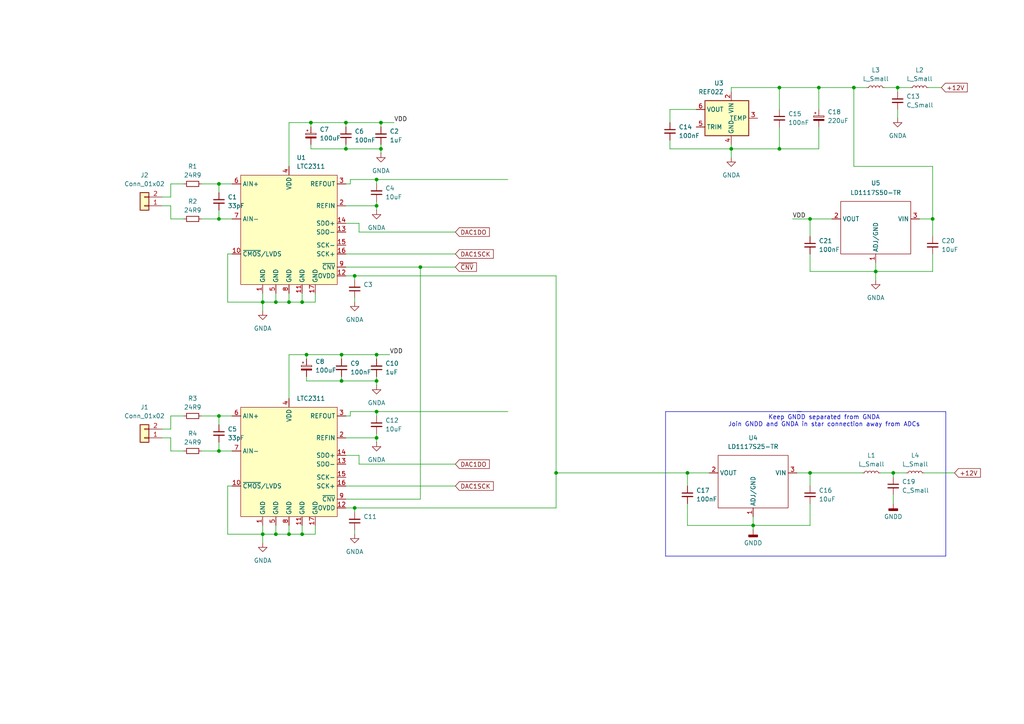
<source format=kicad_sch>
(kicad_sch (version 20231120) (generator "eeschema") (generator_version "8.0")
  (paper "A4")
  (lib_symbols
    (symbol "Connector_Generic:Conn_01x02" (pin_names (offset 1.016) hide)
      (property "Reference" "J" (at 0 2.54 0))
      (property "Value" "Conn_01x02" (at 0 -5.08 0))
      (symbol "Conn_01x02_1_1"
        (rectangle (start -1.27 -2.413) (end 0 -2.667) (stroke (width 0.1524)))
        (rectangle (start -1.27 0.127) (end 0 -0.127) (stroke (width 0.1524)))
        (rectangle (start -1.27 1.27) (end 1.27 -3.81) (stroke (width 0.254)) (fill (type background)))
        (pin passive line (at -5.08 0 0) (length 3.81) (name "Pin_1") (number "1"))
        (pin passive line (at -5.08 -2.54 0) (length 3.81) (name "Pin_2") (number "2"))
      )
    )
    (symbol "Device:C_Polarized_Small" (pin_numbers hide) (pin_names (offset 0.254) hide)
      (property "Reference" "C" (at 0.254 1.778 0))
      (property "Value" "C_Polarized_Small" (at 0.254 -2.032 0))
      (symbol "C_Polarized_Small_0_1"
        (rectangle (start -1.524 -0.3048) (end 1.524 -0.6858) (fill (type outline)))
        (rectangle (start -1.524 0.6858) (end 1.524 0.3048))
        (polyline (pts (xy -1.27 1.524) (xy -0.762 1.524)))
        (polyline (pts (xy -1.016 1.27) (xy -1.016 1.778)))
      )
      (symbol "C_Polarized_Small_1_1"
        (pin passive line (at 0 2.54 270) (length 1.8542) (name "~") (number "1"))
        (pin passive line (at 0 -2.54 90) (length 1.8542) (name "~") (number "2"))
      )
    )
    (symbol "Device:C_Small" (pin_numbers hide) (pin_names (offset 0.254) hide)
      (property "Reference" "C" (at 0.254 1.778 0))
      (property "Value" "C_Small" (at 0.254 -2.032 0))
      (symbol "C_Small_0_1"
        (polyline (pts (xy -1.524 -0.508) (xy 1.524 -0.508)) (stroke (width 0.3302)))
        (polyline (pts (xy -1.524 0.508) (xy 1.524 0.508)) (stroke (width 0.3048)))
      )
      (symbol "C_Small_1_1"
        (pin passive line (at 0 2.54 270) (length 2.032) (name "~") (number "1"))
        (pin passive line (at 0 -2.54 90) (length 2.032) (name "~") (number "2"))
      )
    )
    (symbol "Device:L_Small" (pin_numbers hide) (pin_names (offset 0.254) hide)
      (property "Reference" "L" (at 0.762 1.016 0))
      (property "Value" "L_Small" (at 0.762 -1.016 0))
      (symbol "L_Small_0_1"
        (arc (start 0 -2.032) (mid 0.5058 -1.524) (end 0 -1.016))
        (arc (start 0 -1.016) (mid 0.5058 -0.508) (end 0 0))
        (arc (start 0 0) (mid 0.5058 0.508) (end 0 1.016))
        (arc (start 0 1.016) (mid 0.5058 1.524) (end 0 2.032))
      )
      (symbol "L_Small_1_1"
        (pin passive line (at 0 2.54 270) (length 0.508) (name "~") (number "1"))
        (pin passive line (at 0 -2.54 90) (length 0.508) (name "~") (number "2"))
      )
    )
    (symbol "Device:R_Small" (pin_numbers hide) (pin_names (offset 0.254) hide)
      (property "Reference" "R" (at 0.762 0.508 0))
      (property "Value" "R_Small" (at 0.762 -1.016 0))
      (symbol "R_Small_0_1"
        (rectangle (start -0.762 1.778) (end 0.762 -1.778) (stroke (width 0.2032)))
      )
      (symbol "R_Small_1_1"
        (pin passive line (at 0 2.54 270) (length 0.762) (name "~") (number "1"))
        (pin passive line (at 0 -2.54 90) (length 0.762) (name "~") (number "2"))
      )
    )
    (symbol "JRIX ADC:LTC2311-16"
      (property "Reference" "U" (at 15.748 9.906 0))
      (property "Value" "LTC2311" (at 16.002 7.62 0))
      (symbol "LTC2311-16_0_0"
        (pin power_out line (at 8.89 -11.43 90) (length 2.54) (name "GND") (number "1"))
        (pin power_out line (at 20.32 -11.43 90) (length 2.54) (name "GND") (number "11"))
        (pin power_in line (at 33.02 -6.35 180) (length 2.54) (name "OVDD") (number "12"))
        (pin bidirectional line (at 33.02 6.35 180) (length 2.54) (name "SDO-") (number "13"))
        (pin bidirectional line (at 33.02 8.89 180) (length 2.54) (name "SDO+") (number "14"))
        (pin bidirectional line (at 33.02 2.54 180) (length 2.54) (name "SCK-") (number "15"))
        (pin bidirectional line (at 33.02 0 180) (length 2.54) (name "SCK+") (number "16"))
        (pin input line (at 33.02 13.97 180) (length 2.54) (name "REFIN") (number "2"))
        (pin output line (at 33.02 20.32 180) (length 2.54) (name "REFOUT") (number "3"))
        (pin power_in line (at 16.51 25.4 270) (length 2.54) (name "VDD") (number "4"))
        (pin power_out line (at 12.7 -11.43 90) (length 2.54) (name "GND") (number "5"))
        (pin input line (at 0 20.32 0) (length 2.54) (name "AIN+") (number "6"))
        (pin input line (at 0 10.16 0) (length 2.54) (name "AIN-") (number "7"))
        (pin power_out line (at 16.51 -11.43 90) (length 2.54) (name "GND") (number "8"))
      )
      (symbol "LTC2311-16_1_0"
        (pin input line (at 0 0 0) (length 2.54) (name "~{CMOS}/LVDS") (number "10"))
        (pin power_out line (at 24.13 -11.43 90) (length 2.54) (name "GND") (number "17"))
        (pin input line (at 33.02 -3.81 180) (length 2.54) (name "~{CNV}") (number "9"))
      )
      (symbol "LTC2311-16_1_1"
        (rectangle (start 2.54 22.86) (end 30.48 -8.89) (fill (type background)))
      )
    )
    (symbol "JRIX Linear Regulator:LD1117S25"
      (property "Reference" "U" (at -9.398 3.81 0))
      (property "Value" "LD1117S25-TR" (at 0 0 0))
      (symbol "LD1117S25_0_1"
        (rectangle (start -10.16 2.54) (end 10.16 -12.7))
      )
      (symbol "LD1117S25_1_1"
        (pin bidirectional line (at 0 -15.24 90) (length 2.54) (name "ADJ/GND") (number "1"))
        (pin power_out line (at 12.7 -2.54 180) (length 2.54) (name "VOUT") (number "2"))
        (pin power_in line (at -12.7 -2.54 0) (length 2.54) (name "VIN") (number "3"))
        (pin no_connect line (at -3.81 -15.24 90) (length 2.54) hide (name "NC") (number "4"))
      )
    )
    (symbol "JRIX Linear Regulator:LD1117S50"
      (property "Reference" "U" (at -9.398 3.81 0))
      (property "Value" "LD1117S50-TR" (at 0 0 0))
      (symbol "LD1117S50_0_1"
        (rectangle (start -10.16 2.54) (end 10.16 -12.7))
      )
      (symbol "LD1117S50_1_1"
        (pin bidirectional line (at 0 -15.24 90) (length 2.54) (name "ADJ/GND") (number "1"))
        (pin power_out line (at 12.7 -2.54 180) (length 2.54) (name "VOUT") (number "2"))
        (pin power_in line (at -12.7 -2.54 0) (length 2.54) (name "VIN") (number "3"))
        (pin no_connect line (at -3.81 -15.24 90) (length 2.54) hide (name "NC") (number "4"))
      )
    )
    (symbol "Reference_Voltage:REF02Z"
      (property "Reference" "U" (at 0.635 8.255 0))
      (property "Value" "REF02Z" (at 0.635 6.35 0))
      (symbol "REF02Z_0_1"
        (rectangle (start -5.08 5.08) (end 7.62 -5.08) (stroke (width 0.254)) (fill (type background)))
      )
      (symbol "REF02Z_1_1"
        (pin no_connect line (at 2.54 -5.08 90) (length 2.54) hide (name "NC") (number "1"))
        (pin power_in line (at 0 7.62 270) (length 2.54) (name "VIN") (number "2"))
        (pin passive line (at -7.62 0 0) (length 2.54) (name "TEMP") (number "3"))
        (pin power_in line (at 0 -7.62 90) (length 2.54) (name "GND") (number "4"))
        (pin passive line (at 10.16 -2.54 180) (length 2.54) (name "TRIM") (number "5"))
        (pin power_out line (at 10.16 2.54 180) (length 2.54) (name "VOUT") (number "6"))
        (pin no_connect line (at -2.54 -5.08 90) (length 2.54) hide (name "NC") (number "7"))
        (pin no_connect line (at 7.62 0 180) (length 2.54) hide (name "NC") (number "8"))
      )
    )
    (symbol "power:GNDA" (power) (pin_numbers hide) (pin_names (offset 0) hide)
      (property "Value" "GNDA" (at 0 -3.81 0))
      (symbol "GNDA_0_1"
        (polyline (pts (xy 0 0) (xy 0 -1.27) (xy 1.27 -1.27) (xy 0 -2.54) (xy -1.27 -1.27) (xy 0 -1.27)))
      )
      (symbol "GNDA_1_1"
        (pin power_in line (at 0 0 270) (length 0) (name "~") (number "1"))
      )
    )
    (symbol "power:GNDD" (power) (pin_numbers hide) (pin_names (offset 0) hide)
      (property "Value" "GNDD" (at 0 -3.175 0))
      (symbol "GNDD_0_1"
        (rectangle (start -1.27 -1.524) (end 1.27 -2.032) (stroke (width 0.254)) (fill (type outline)))
        (polyline (pts (xy 0 0) (xy 0 -1.524)))
      )
      (symbol "GNDD_1_1"
        (pin power_in line (at 0 0 270) (length 0) (name "~") (number "1"))
      )
    )
  )
  (junction (at 247.65 25.4))
  (junction (at 109.22 110.49))
  (junction (at 88.9 102.87))
  (junction (at 161.29 137.16))
  (junction (at 260.35 25.4))
  (junction (at 121.92 77.47))
  (junction (at 100.33 35.56))
  (junction (at 218.44 152.4))
  (junction (at 99.06 102.87))
  (junction (at 76.2 154.94))
  (junction (at 80.01 154.94))
  (junction (at 63.5 130.81))
  (junction (at 87.63 87.63))
  (junction (at 226.06 25.4))
  (junction (at 226.06 43.18))
  (junction (at 63.5 53.34))
  (junction (at 109.22 119.38))
  (junction (at 83.82 87.63))
  (junction (at 100.33 43.18))
  (junction (at 199.39 137.16))
  (junction (at 212.09 43.18))
  (junction (at 99.06 110.49))
  (junction (at 102.87 147.32))
  (junction (at 87.63 154.94))
  (junction (at 109.22 52.07))
  (junction (at 63.5 63.5))
  (junction (at 254 78.74))
  (junction (at 110.49 43.18))
  (junction (at 109.22 102.87))
  (junction (at 109.22 127))
  (junction (at 83.82 154.94))
  (junction (at 102.87 80.01))
  (junction (at 109.22 59.69))
  (junction (at 90.17 35.56))
  (junction (at 259.08 137.16))
  (junction (at 110.49 35.56))
  (junction (at 237.49 25.4))
  (junction (at 234.95 137.16))
  (junction (at 270.51 63.5))
  (junction (at 63.5 120.65))
  (junction (at 76.2 87.63))
  (junction (at 234.95 63.5))
  (junction (at 80.01 87.63))
  (wire (pts (xy 99.06 102.87) (xy 99.06 104.14)))
  (wire (pts (xy 218.44 149.86) (xy 218.44 152.4)))
  (wire (pts (xy 100.33 43.18) (xy 110.49 43.18)))
  (wire (pts (xy 226.06 25.4) (xy 237.49 25.4)))
  (wire (pts (xy 49.53 127) (xy 49.53 130.81)))
  (wire (pts (xy 49.53 124.46) (xy 49.53 120.65)))
  (wire (pts (xy 109.22 102.87) (xy 113.03 102.87)))
  (wire (pts (xy 121.92 77.47) (xy 132.08 77.47)))
  (wire (pts (xy 109.22 125.73) (xy 109.22 127)))
  (wire (pts (xy 100.33 64.77) (xy 104.14 64.77)))
  (wire (pts (xy 58.42 130.81) (xy 63.5 130.81)))
  (wire (pts (xy 110.49 44.45) (xy 110.49 43.18)))
  (wire (pts (xy 80.01 87.63) (xy 76.2 87.63)))
  (wire (pts (xy 110.49 35.56) (xy 110.49 36.83)))
  (wire (pts (xy 237.49 36.83) (xy 237.49 43.18)))
  (wire (pts (xy 76.2 85.09) (xy 76.2 87.63)))
  (wire (pts (xy 76.2 154.94) (xy 76.2 157.48)))
  (wire (pts (xy 266.7 63.5) (xy 270.51 63.5)))
  (wire (pts (xy 63.5 120.65) (xy 67.31 120.65)))
  (wire (pts (xy 46.99 124.46) (xy 49.53 124.46)))
  (wire (pts (xy 101.6 120.65) (xy 101.6 119.38)))
  (wire (pts (xy 87.63 154.94) (xy 83.82 154.94)))
  (wire (pts (xy 234.95 140.97) (xy 234.95 137.16)))
  (wire (pts (xy 91.44 154.94) (xy 87.63 154.94)))
  (wire (pts (xy 104.14 132.08) (xy 104.14 134.62)))
  (wire (pts (xy 270.51 68.58) (xy 270.51 63.5)))
  (wire (pts (xy 99.06 110.49) (xy 99.06 109.22)))
  (wire (pts (xy 234.95 137.16) (xy 250.19 137.16)))
  (wire (pts (xy 88.9 102.87) (xy 88.9 104.14)))
  (wire (pts (xy 87.63 87.63) (xy 83.82 87.63)))
  (wire (pts (xy 83.82 152.4) (xy 83.82 154.94)))
  (wire (pts (xy 58.42 63.5) (xy 63.5 63.5)))
  (wire (pts (xy 104.14 134.62) (xy 132.08 134.62)))
  (wire (pts (xy 88.9 110.49) (xy 99.06 110.49)))
  (wire (pts (xy 109.22 53.34) (xy 109.22 52.07)))
  (wire (pts (xy 161.29 137.16) (xy 199.39 137.16)))
  (wire (pts (xy 100.33 132.08) (xy 104.14 132.08)))
  (wire (pts (xy 109.22 119.38) (xy 147.32 119.38)))
  (wire (pts (xy 260.35 26.67) (xy 260.35 25.4)))
  (wire (pts (xy 100.33 43.18) (xy 100.33 41.91)))
  (wire (pts (xy 102.87 147.32) (xy 102.87 148.59)))
  (wire (pts (xy 90.17 35.56) (xy 100.33 35.56)))
  (wire (pts (xy 46.99 59.69) (xy 49.53 59.69)))
  (wire (pts (xy 101.6 52.07) (xy 101.6 53.34)))
  (wire (pts (xy 100.33 77.47) (xy 121.92 77.47)))
  (wire (pts (xy 83.82 85.09) (xy 83.82 87.63)))
  (wire (pts (xy 110.49 41.91) (xy 110.49 43.18)))
  (wire (pts (xy 110.49 35.56) (xy 114.3 35.56)))
  (wire (pts (xy 237.49 43.18) (xy 226.06 43.18)))
  (polyline (pts (xy 193.04 119.38) (xy 232.41 119.38)))
  (wire (pts (xy 46.99 57.15) (xy 49.53 57.15)))
  (wire (pts (xy 49.53 59.69) (xy 49.53 63.5)))
  (wire (pts (xy 100.33 35.56) (xy 110.49 35.56)))
  (wire (pts (xy 67.31 140.97) (xy 66.04 140.97)))
  (wire (pts (xy 229.87 63.5) (xy 234.95 63.5)))
  (wire (pts (xy 100.33 73.66) (xy 132.08 73.66)))
  (wire (pts (xy 49.53 120.65) (xy 53.34 120.65)))
  (wire (pts (xy 58.42 53.34) (xy 63.5 53.34)))
  (wire (pts (xy 66.04 154.94) (xy 76.2 154.94)))
  (wire (pts (xy 234.95 152.4) (xy 218.44 152.4)))
  (wire (pts (xy 63.5 130.81) (xy 67.31 130.81)))
  (wire (pts (xy 121.92 144.78) (xy 121.92 77.47)))
  (wire (pts (xy 66.04 140.97) (xy 66.04 154.94)))
  (wire (pts (xy 100.33 140.97) (xy 132.08 140.97)))
  (wire (pts (xy 58.42 120.65) (xy 63.5 120.65)))
  (wire (pts (xy 234.95 146.05) (xy 234.95 152.4)))
  (wire (pts (xy 226.06 25.4) (xy 212.09 25.4)))
  (wire (pts (xy 83.82 102.87) (xy 83.82 115.57)))
  (wire (pts (xy 63.5 55.88) (xy 63.5 53.34)))
  (wire (pts (xy 194.31 31.75) (xy 194.31 35.56)))
  (wire (pts (xy 254 78.74) (xy 254 76.2)))
  (wire (pts (xy 260.35 31.75) (xy 260.35 34.29)))
  (wire (pts (xy 259.08 137.16) (xy 255.27 137.16)))
  (wire (pts (xy 88.9 102.87) (xy 83.82 102.87)))
  (wire (pts (xy 199.39 140.97) (xy 199.39 137.16)))
  (wire (pts (xy 259.08 137.16) (xy 262.89 137.16)))
  (wire (pts (xy 234.95 63.5) (xy 241.3 63.5)))
  (wire (pts (xy 90.17 41.91) (xy 90.17 43.18)))
  (wire (pts (xy 104.14 64.77) (xy 104.14 67.31)))
  (wire (pts (xy 234.95 68.58) (xy 234.95 63.5)))
  (wire (pts (xy 237.49 25.4) (xy 247.65 25.4)))
  (wire (pts (xy 49.53 53.34) (xy 53.34 53.34)))
  (wire (pts (xy 104.14 67.31) (xy 132.08 67.31)))
  (wire (pts (xy 199.39 146.05) (xy 199.39 152.4)))
  (wire (pts (xy 49.53 57.15) (xy 49.53 53.34)))
  (wire (pts (xy 194.31 43.18) (xy 212.09 43.18)))
  (wire (pts (xy 63.5 63.5) (xy 67.31 63.5)))
  (wire (pts (xy 91.44 85.09) (xy 91.44 87.63)))
  (wire (pts (xy 99.06 102.87) (xy 109.22 102.87)))
  (wire (pts (xy 83.82 35.56) (xy 83.82 48.26)))
  (wire (pts (xy 100.33 144.78) (xy 121.92 144.78)))
  (wire (pts (xy 254 81.28) (xy 254 78.74)))
  (wire (pts (xy 87.63 152.4) (xy 87.63 154.94)))
  (wire (pts (xy 80.01 85.09) (xy 80.01 87.63)))
  (wire (pts (xy 270.51 48.26) (xy 247.65 48.26)))
  (wire (pts (xy 260.35 25.4) (xy 264.16 25.4)))
  (polyline (pts (xy 274.32 161.29) (xy 193.04 161.29)))
  (wire (pts (xy 88.9 102.87) (xy 99.06 102.87)))
  (wire (pts (xy 109.22 109.22) (xy 109.22 110.49)))
  (wire (pts (xy 63.5 60.96) (xy 63.5 63.5)))
  (wire (pts (xy 80.01 152.4) (xy 80.01 154.94)))
  (wire (pts (xy 237.49 31.75) (xy 237.49 25.4)))
  (wire (pts (xy 100.33 147.32) (xy 102.87 147.32)))
  (wire (pts (xy 100.33 127) (xy 109.22 127)))
  (wire (pts (xy 46.99 127) (xy 49.53 127)))
  (wire (pts (xy 199.39 137.16) (xy 205.74 137.16)))
  (wire (pts (xy 90.17 35.56) (xy 90.17 36.83)))
  (wire (pts (xy 63.5 128.27) (xy 63.5 130.81)))
  (wire (pts (xy 109.22 111.76) (xy 109.22 110.49)))
  (wire (pts (xy 212.09 43.18) (xy 226.06 43.18)))
  (wire (pts (xy 270.51 63.5) (xy 270.51 48.26)))
  (wire (pts (xy 90.17 43.18) (xy 100.33 43.18)))
  (wire (pts (xy 76.2 87.63) (xy 76.2 90.17)))
  (wire (pts (xy 63.5 53.34) (xy 67.31 53.34)))
  (wire (pts (xy 226.06 31.75) (xy 226.06 25.4)))
  (wire (pts (xy 49.53 63.5) (xy 53.34 63.5)))
  (wire (pts (xy 212.09 41.91) (xy 212.09 43.18)))
  (wire (pts (xy 102.87 80.01) (xy 161.29 80.01)))
  (wire (pts (xy 212.09 25.4) (xy 212.09 26.67)))
  (wire (pts (xy 67.31 73.66) (xy 66.04 73.66)))
  (wire (pts (xy 109.22 52.07) (xy 101.6 52.07)))
  (wire (pts (xy 270.51 78.74) (xy 270.51 73.66)))
  (wire (pts (xy 109.22 52.07) (xy 147.32 52.07)))
  (wire (pts (xy 102.87 80.01) (xy 102.87 81.28)))
  (wire (pts (xy 102.87 153.67) (xy 102.87 154.94)))
  (polyline (pts (xy 193.04 161.29) (xy 193.04 119.38)))
  (wire (pts (xy 99.06 110.49) (xy 109.22 110.49)))
  (wire (pts (xy 100.33 80.01) (xy 102.87 80.01)))
  (wire (pts (xy 226.06 43.18) (xy 226.06 36.83)))
  (wire (pts (xy 234.95 73.66) (xy 234.95 78.74)))
  (wire (pts (xy 234.95 78.74) (xy 254 78.74)))
  (wire (pts (xy 161.29 147.32) (xy 161.29 137.16)))
  (wire (pts (xy 83.82 154.94) (xy 80.01 154.94)))
  (wire (pts (xy 66.04 87.63) (xy 76.2 87.63)))
  (wire (pts (xy 254 78.74) (xy 270.51 78.74)))
  (wire (pts (xy 87.63 85.09) (xy 87.63 87.63)))
  (wire (pts (xy 109.22 119.38) (xy 109.22 120.65)))
  (wire (pts (xy 66.04 73.66) (xy 66.04 87.63)))
  (wire (pts (xy 63.5 123.19) (xy 63.5 120.65)))
  (wire (pts (xy 83.82 87.63) (xy 80.01 87.63)))
  (wire (pts (xy 76.2 152.4) (xy 76.2 154.94)))
  (wire (pts (xy 100.33 35.56) (xy 100.33 36.83)))
  (wire (pts (xy 267.97 137.16) (xy 276.86 137.16)))
  (wire (pts (xy 194.31 40.64) (xy 194.31 43.18)))
  (wire (pts (xy 218.44 152.4) (xy 218.44 153.67)))
  (wire (pts (xy 91.44 87.63) (xy 87.63 87.63)))
  (wire (pts (xy 260.35 25.4) (xy 256.54 25.4)))
  (wire (pts (xy 49.53 130.81) (xy 53.34 130.81)))
  (wire (pts (xy 109.22 102.87) (xy 109.22 104.14)))
  (wire (pts (xy 101.6 119.38) (xy 109.22 119.38)))
  (wire (pts (xy 80.01 154.94) (xy 76.2 154.94)))
  (wire (pts (xy 100.33 120.65) (xy 101.6 120.65)))
  (wire (pts (xy 234.95 137.16) (xy 231.14 137.16)))
  (wire (pts (xy 269.24 25.4) (xy 273.05 25.4)))
  (wire (pts (xy 161.29 80.01) (xy 161.29 137.16)))
  (wire (pts (xy 259.08 143.51) (xy 259.08 146.05)))
  (wire (pts (xy 102.87 147.32) (xy 161.29 147.32)))
  (wire (pts (xy 199.39 152.4) (xy 218.44 152.4)))
  (polyline (pts (xy 274.32 119.38) (xy 274.32 161.29)))
  (wire (pts (xy 109.22 127) (xy 109.22 128.27)))
  (wire (pts (xy 259.08 138.43) (xy 259.08 137.16)))
  (wire (pts (xy 109.22 59.69) (xy 109.22 60.96)))
  (wire (pts (xy 102.87 86.36) (xy 102.87 87.63)))
  (polyline (pts (xy 231.14 119.38) (xy 274.32 119.38)))
  (wire (pts (xy 109.22 58.42) (xy 109.22 59.69)))
  (wire (pts (xy 247.65 25.4) (xy 247.65 48.26)))
  (wire (pts (xy 100.33 53.34) (xy 101.6 53.34)))
  (wire (pts (xy 194.31 31.75) (xy 201.93 31.75)))
  (wire (pts (xy 212.09 43.18) (xy 212.09 45.72)))
  (wire (pts (xy 91.44 152.4) (xy 91.44 154.94)))
  (wire (pts (xy 247.65 25.4) (xy 251.46 25.4)))
  (wire (pts (xy 88.9 109.22) (xy 88.9 110.49)))
  (wire (pts (xy 100.33 59.69) (xy 109.22 59.69)))
  (wire (pts (xy 83.82 35.56) (xy 90.17 35.56)))
  (text "Keep GNDD separated from GNDA\nJoin GNDD and GNDA in star connection away from ADCs\n" (at 239.014 122.174 0) (effects (font (size 1.27 1.27))))
  (label "VDD" (at 229.87 63.5 0))
  (label "VDD" (at 113.03 102.87 0))
  (label "VDD" (at 114.3 35.56 0))
  (global_label "+12V" (shape input) (at 276.86 137.16 0) (property "Intersheetrefs" "${INTERSHEET_REFS}" (effects (hide yes))))
  (global_label "DAC1SCK" (shape input) (at 132.08 73.66 0) (property "Intersheetrefs" "${INTERSHEET_REFS}" (effects (hide yes))))
  (global_label "+12V" (shape input) (at 273.05 25.4 0) (property "Intersheetrefs" "${INTERSHEET_REFS}" (effects (hide yes))))
  (global_label "DAC1DO" (shape input) (at 132.08 67.31 0) (property "Intersheetrefs" "${INTERSHEET_REFS}" (effects (hide yes))))
  (global_label "DAC1DO" (shape input) (at 132.08 134.62 0) (property "Intersheetrefs" "${INTERSHEET_REFS}" (effects (hide yes))))
  (global_label "DAC1SCK" (shape input) (at 132.08 140.97 0) (property "Intersheetrefs" "${INTERSHEET_REFS}" (effects (hide yes))))
  (global_label "~{CNV}" (shape input) (at 132.08 77.47 0) (property "Intersheetrefs" "${INTERSHEET_REFS}" (effects (hide yes))))
  (symbol (lib_id "power:GNDA") (at 109.22 111.76 0) (unit 1)
    (property "Reference" "#PWR05" (effects (hide yes)))
    (property "Value" "GNDA" (at 109.22 116.84 0))
    (property "Description" "Power symbol creates a global label with name \"GNDA\" , analog ground" (effects (hide yes)))
  )
  (symbol (lib_id "Device:C_Small") (at 234.95 143.51 0) (unit 1)
    (property "Reference" "C16" (at 237.49 142.2462 0) (effects (justify left)))
    (property "Value" "10uF" (at 237.49 144.7862 0) (effects (justify left)))
    (property "Description" "Unpolarized capacitor, small symbol" (effects (hide yes)))
  )
  (symbol (lib_id "JRIX ADC:LTC2311-16") (at 67.31 73.66 0) (unit 1)
    (property "Reference" "U1" (at 86.0141 45.72 0) (effects (justify left)))
    (property "Value" "LTC2311" (at 86.0141 48.26 0) (effects (justify left)))
    (property "Footprint" "Package_SO:MSOP-16-1EP_3x4mm_P0.5mm_EP1.65x2.85mm_ThermalVias" (effects (hide yes)))
    (property "Datasheet" "https://www.mouser.dk/datasheet/2/609/ltc2311_16-2955904.pdf" (effects (hide yes)))
    (property "Description" "16-Bit, 5Msps Differential Input ADC with Wide Input Common Mode Range" (effects (hide yes)))
  )
  (symbol (lib_id "power:GNDA") (at 102.87 154.94 0) (unit 1)
    (property "Reference" "#PWR07" (effects (hide yes)))
    (property "Value" "GNDA" (at 102.87 160.02 0))
    (property "Description" "Power symbol creates a global label with name \"GNDA\" , analog ground" (effects (hide yes)))
  )
  (symbol (lib_id "JRIX Linear Regulator:LD1117S50") (at 254 60.96 0) (mirror y) (unit 1)
    (property "Reference" "U5" (at 254 53.086 0))
    (property "Value" "LD1117S50-TR" (at 254 55.88 0))
    (property "Datasheet" "https://www.mouser.dk/datasheet/2/389/ld1117-1849389.pdf" (effects (hide yes)))
    (property "Description" "LDO Voltage Regulators 5V 0.8A Positive, SOT223" (effects (hide yes)))
  )
  (symbol (lib_id "Connector_Generic:Conn_01x02") (at 41.91 127 180) (unit 1)
    (property "Reference" "J1" (at 41.91 118.11 0))
    (property "Value" "Conn_01x02" (at 41.91 120.65 0))
    (property "Footprint" "Connector_PinHeader_2.54mm:PinHeader_1x02_P2.54mm_Vertical" (effects (hide yes)))
    (property "Description" "Generic connector, single row, 01x02, script generated (kicad-library-utils/schlib/autogen/connector/)" (effects (hide yes)))
  )
  (symbol (lib_id "Device:C_Small") (at 109.22 55.88 180) (unit 1)
    (property "Reference" "C4" (at 111.76 54.6035 0) (effects (justify right)))
    (property "Value" "10uF" (at 111.76 57.1435 0) (effects (justify right)))
    (property "Footprint" "Capacitor_SMD:C_1206_3216Metric_Pad1.33x1.80mm_HandSolder" (effects (hide yes)))
    (property "Description" "Unpolarized capacitor, small symbol" (effects (hide yes)))
  )
  (symbol (lib_id "Device:C_Small") (at 109.22 106.68 180) (unit 1)
    (property "Reference" "C10" (at 111.76 105.4035 0) (effects (justify right)))
    (property "Value" "1uF" (at 111.76 107.9435 0) (effects (justify right)))
    (property "Footprint" "Capacitor_SMD:C_0805_2012Metric_Pad1.18x1.45mm_HandSolder" (effects (hide yes)))
    (property "Description" "Unpolarized capacitor, small symbol" (effects (hide yes)))
  )
  (symbol (lib_id "Device:R_Small") (at 55.88 120.65 90) (unit 1)
    (property "Reference" "R3" (at 55.88 115.57 90))
    (property "Value" "24R9" (at 55.88 118.11 90))
    (property "Footprint" "Resistor_SMD:R_0805_2012Metric_Pad1.20x1.40mm_HandSolder" (effects (hide yes)))
    (property "Description" "Resistor, small symbol" (effects (hide yes)))
  )
  (symbol (lib_id "JRIX Linear Regulator:LD1117S25") (at 218.44 134.62 0) (mirror y) (unit 1)
    (property "Reference" "U4" (at 218.44 127 0))
    (property "Value" "LD1117S25-TR" (at 218.44 129.54 0))
    (property "Datasheet" "https://www.mouser.dk/datasheet/2/389/ld1117-1849389.pdf" (effects (hide yes)))
    (property "Description" "LDO Voltage Regulators 2.5V 0.8A Positive, SOT223" (effects (hide yes)))
  )
  (symbol (lib_id "power:GNDA") (at 76.2 157.48 0) (unit 1)
    (property "Reference" "#PWR06" (effects (hide yes)))
    (property "Value" "GNDA" (at 76.2 162.56 0))
    (property "Description" "Power symbol creates a global label with name \"GNDA\" , analog ground" (effects (hide yes)))
  )
  (symbol (lib_id "Device:C_Small") (at 99.06 106.68 0) (unit 1)
    (property "Reference" "C9" (at 101.6 105.4162 0) (effects (justify left)))
    (property "Value" "100nF" (at 101.6 107.9562 0) (effects (justify left)))
    (property "Footprint" "Capacitor_SMD:C_0805_2012Metric_Pad1.18x1.45mm_HandSolder" (effects (hide yes)))
    (property "Description" "Unpolarized capacitor, small symbol" (effects (hide yes)))
  )
  (symbol (lib_id "Device:C_Small") (at 226.06 34.29 0) (unit 1)
    (property "Reference" "C15" (at 228.6 33.0262 0) (effects (justify left)))
    (property "Value" "100nF" (at 228.6 35.5662 0) (effects (justify left)))
    (property "Description" "Unpolarized capacitor, small symbol" (effects (hide yes)))
  )
  (symbol (lib_id "Device:C_Small") (at 199.39 143.51 0) (unit 1)
    (property "Reference" "C17" (at 201.93 142.2462 0) (effects (justify left)))
    (property "Value" "100nF" (at 201.93 144.7862 0) (effects (justify left)))
    (property "Description" "Unpolarized capacitor, small symbol" (effects (hide yes)))
  )
  (symbol (lib_id "Connector_Generic:Conn_01x02") (at 41.91 59.69 180) (unit 1)
    (property "Reference" "J2" (at 41.91 50.8 0))
    (property "Value" "Conn_01x02" (at 41.91 53.34 0))
    (property "Footprint" "Connector_PinHeader_2.54mm:PinHeader_1x02_P2.54mm_Vertical" (effects (hide yes)))
    (property "Description" "Generic connector, single row, 01x02, script generated (kicad-library-utils/schlib/autogen/connector/)" (effects (hide yes)))
  )
  (symbol (lib_id "Device:C_Small") (at 260.35 29.21 0) (unit 1)
    (property "Reference" "C13" (at 262.89 27.9462 0) (effects (justify left)))
    (property "Value" "C_Small" (at 262.89 30.4862 0) (effects (justify left)))
    (property "Description" "Unpolarized capacitor, small symbol" (effects (hide yes)))
  )
  (symbol (lib_id "power:GNDA") (at 110.49 44.45 0) (unit 1)
    (property "Reference" "#PWR02" (effects (hide yes)))
    (property "Value" "GNDA" (at 110.49 49.53 0))
    (property "Description" "Power symbol creates a global label with name \"GNDA\" , analog ground" (effects (hide yes)))
  )
  (symbol (lib_id "Device:L_Small") (at 265.43 137.16 90) (unit 1)
    (property "Reference" "L4" (at 265.43 132.08 90))
    (property "Value" "L_Small" (at 265.43 134.62 90))
    (property "Description" "Inductor, small symbol" (effects (hide yes)))
  )
  (symbol (lib_id "Device:C_Small") (at 259.08 140.97 0) (unit 1)
    (property "Reference" "C19" (at 261.62 139.7062 0) (effects (justify left)))
    (property "Value" "C_Small" (at 261.62 142.2462 0) (effects (justify left)))
    (property "Description" "Unpolarized capacitor, small symbol" (effects (hide yes)))
  )
  (symbol (lib_id "Device:C_Polarized_Small") (at 237.49 34.29 0) (unit 1)
    (property "Reference" "C18" (at 240.03 32.4738 0) (effects (justify left)))
    (property "Value" "220uF" (at 240.03 35.0138 0) (effects (justify left)))
    (property "Description" "Polarized capacitor, small symbol" (effects (hide yes)))
  )
  (symbol (lib_id "power:GNDD") (at 259.08 146.05 0) (unit 1)
    (property "Reference" "#PWR012" (effects (hide yes)))
    (property "Value" "GNDD" (at 259.08 149.86 0))
    (property "Description" "Power symbol creates a global label with name \"GNDD\" , digital ground" (effects (hide yes)))
  )
  (symbol (lib_id "Device:C_Small") (at 194.31 38.1 0) (unit 1)
    (property "Reference" "C14" (at 196.85 36.8362 0) (effects (justify left)))
    (property "Value" "100nF" (at 196.85 39.3762 0) (effects (justify left)))
    (property "Description" "Unpolarized capacitor, small symbol" (effects (hide yes)))
  )
  (symbol (lib_id "Reference_Voltage:REF02Z") (at 212.09 34.29 0) (mirror y) (unit 1)
    (property "Reference" "U3" (at 209.8959 24.13 0) (effects (justify left)))
    (property "Value" "REF02Z" (at 209.8959 26.67 0) (effects (justify left)))
    (property "Footprint" "Package_DIP:DIP-8_W7.62mm" (effects (hide yes)))
    (property "Datasheet" "https://www.analog.com/media/en/technical-documentation/data-sheets/REF01_02_03.pdf" (effects (hide yes)))
    (property "Description" "5V ±25mV Precision Voltage Reference, CERDIP-8" (effects (hide yes)))
  )
  (symbol (lib_id "power:GNDA") (at 212.09 45.72 0) (unit 1)
    (property "Reference" "#PWR010" (effects (hide yes)))
    (property "Value" "GNDA" (at 212.09 50.8 0))
    (property "Description" "Power symbol creates a global label with name \"GNDA\" , analog ground" (effects (hide yes)))
  )
  (symbol (lib_id "power:GNDA") (at 109.22 128.27 0) (unit 1)
    (property "Reference" "#PWR08" (effects (hide yes)))
    (property "Value" "GNDA" (at 109.22 133.35 0))
    (property "Description" "Power symbol creates a global label with name \"GNDA\" , analog ground" (effects (hide yes)))
  )
  (symbol (lib_id "Device:C_Small") (at 109.22 123.19 0) (unit 1)
    (property "Reference" "C12" (at 111.76 121.9262 0) (effects (justify left)))
    (property "Value" "10uF" (at 111.76 124.4662 0) (effects (justify left)))
    (property "Footprint" "Capacitor_SMD:C_1206_3216Metric_Pad1.33x1.80mm_HandSolder" (effects (hide yes)))
    (property "Description" "Unpolarized capacitor, small symbol" (effects (hide yes)))
  )
  (symbol (lib_id "Device:C_Small") (at 100.33 39.37 0) (unit 1)
    (property "Reference" "C6" (at 102.87 38.1062 0) (effects (justify left)))
    (property "Value" "100nF" (at 102.87 40.6462 0) (effects (justify left)))
    (property "Footprint" "Capacitor_SMD:C_0805_2012Metric_Pad1.18x1.45mm_HandSolder" (effects (hide yes)))
    (property "Description" "Unpolarized capacitor, small symbol" (effects (hide yes)))
  )
  (symbol (lib_id "Device:C_Polarized_Small") (at 88.9 106.68 0) (unit 1)
    (property "Reference" "C8" (at 91.44 104.8638 0) (effects (justify left)))
    (property "Value" "100uF" (at 91.44 107.4038 0) (effects (justify left)))
    (property "Footprint" "Capacitor_THT:CP_Radial_D6.3mm_P2.50mm" (effects (hide yes)))
    (property "Description" "Polarized capacitor, small symbol" (effects (hide yes)))
  )
  (symbol (lib_id "power:GNDA") (at 102.87 87.63 0) (unit 1)
    (property "Reference" "#PWR01" (effects (hide yes)))
    (property "Value" "GNDA" (at 102.87 92.71 0))
    (property "Description" "Power symbol creates a global label with name \"GNDA\" , analog ground" (effects (hide yes)))
  )
  (symbol (lib_id "Device:C_Small") (at 102.87 83.82 180) (unit 1)
    (property "Reference" "C3" (at 105.41 82.5435 0) (effects (justify right)))
    (property "Value" "10uF" (effects (hide yes)))
    (property "Footprint" "Capacitor_SMD:C_1206_3216Metric_Pad1.33x1.80mm_HandSolder" (effects (hide yes)))
    (property "Description" "Unpolarized capacitor, small symbol" (effects (hide yes)))
  )
  (symbol (lib_id "Device:C_Small") (at 63.5 58.42 0) (unit 1)
    (property "Reference" "C1" (at 66.04 57.1562 0) (effects (justify left)))
    (property "Value" "33pF" (at 66.04 59.6962 0) (effects (justify left)))
    (property "Footprint" "Capacitor_SMD:C_0805_2012Metric_Pad1.18x1.45mm_HandSolder" (effects (hide yes)))
    (property "Description" "Unpolarized capacitor, small symbol" (effects (hide yes)))
  )
  (symbol (lib_id "Device:C_Small") (at 102.87 151.13 180) (unit 1)
    (property "Reference" "C11" (at 105.41 149.8535 0) (effects (justify right)))
    (property "Value" "10uF" (effects (hide yes)))
    (property "Footprint" "Capacitor_SMD:C_1206_3216Metric_Pad1.33x1.80mm_HandSolder" (effects (hide yes)))
    (property "Description" "Unpolarized capacitor, small symbol" (effects (hide yes)))
  )
  (symbol (lib_id "power:GNDD") (at 218.44 153.67 0) (unit 1)
    (property "Reference" "#PWR011" (effects (hide yes)))
    (property "Value" "GNDD" (at 218.44 157.48 0))
    (property "Description" "Power symbol creates a global label with name \"GNDD\" , digital ground" (effects (hide yes)))
  )
  (symbol (lib_id "power:GNDA") (at 254 81.28 0) (unit 1)
    (property "Reference" "#PWR013" (effects (hide yes)))
    (property "Value" "GNDA" (at 254 86.36 0))
    (property "Description" "Power symbol creates a global label with name \"GNDA\" , analog ground" (effects (hide yes)))
  )
  (symbol (lib_id "power:GNDA") (at 109.22 60.96 0) (unit 1)
    (property "Reference" "#PWR04" (effects (hide yes)))
    (property "Value" "GNDA" (at 109.22 66.04 0))
    (property "Description" "Power symbol creates a global label with name \"GNDA\" , analog ground" (effects (hide yes)))
  )
  (symbol (lib_id "Device:C_Polarized_Small") (at 90.17 39.37 0) (unit 1)
    (property "Reference" "C7" (at 92.71 37.5538 0) (effects (justify left)))
    (property "Value" "100uF" (at 92.71 40.0938 0) (effects (justify left)))
    (property "Footprint" "Capacitor_THT:CP_Radial_D6.3mm_P2.50mm" (effects (hide yes)))
    (property "Description" "Polarized capacitor, small symbol" (effects (hide yes)))
  )
  (symbol (lib_id "JRIX ADC:LTC2311-16") (at 67.31 140.97 0) (unit 1)
    (property "Reference" "U2" (effects (hide yes)))
    (property "Value" "LTC2311" (at 86.0141 115.57 0) (effects (justify left)))
    (property "Footprint" "Package_SO:MSOP-16-1EP_3x4mm_P0.5mm_EP1.65x2.85mm_ThermalVias" (effects (hide yes)))
    (property "Datasheet" "https://www.mouser.dk/datasheet/2/609/ltc2311_16-2955904.pdf" (effects (hide yes)))
    (property "Description" "16-Bit, 5Msps Differential Input ADC with Wide Input Common Mode Range" (effects (hide yes)))
  )
  (symbol (lib_id "Device:C_Small") (at 270.51 71.12 0) (unit 1)
    (property "Reference" "C20" (at 273.05 69.8562 0) (effects (justify left)))
    (property "Value" "10uF" (at 273.05 72.3962 0) (effects (justify left)))
    (property "Description" "Unpolarized capacitor, small symbol" (effects (hide yes)))
  )
  (symbol (lib_id "Device:R_Small") (at 55.88 53.34 90) (unit 1)
    (property "Reference" "R1" (at 55.88 48.26 90))
    (property "Value" "24R9" (at 55.88 50.8 90))
    (property "Footprint" "Resistor_SMD:R_0805_2012Metric_Pad1.20x1.40mm_HandSolder" (effects (hide yes)))
    (property "Description" "Resistor, small symbol" (effects (hide yes)))
  )
  (symbol (lib_id "Device:L_Small") (at 252.73 137.16 90) (unit 1)
    (property "Reference" "L1" (at 252.73 132.08 90))
    (property "Value" "L_Small" (at 252.73 134.62 90))
    (property "Description" "Inductor, small symbol" (effects (hide yes)))
  )
  (symbol (lib_id "Device:L_Small") (at 254 25.4 90) (unit 1)
    (property "Reference" "L3" (at 254 20.32 90))
    (property "Value" "L_Small" (at 254 22.86 90))
    (property "Description" "Inductor, small symbol" (effects (hide yes)))
  )
  (symbol (lib_id "Device:C_Small") (at 63.5 125.73 0) (unit 1)
    (property "Reference" "C5" (at 66.04 124.4662 0) (effects (justify left)))
    (property "Value" "33pF" (at 66.04 127.0062 0) (effects (justify left)))
    (property "Footprint" "Capacitor_SMD:C_0805_2012Metric_Pad1.18x1.45mm_HandSolder" (effects (hide yes)))
    (property "Description" "Unpolarized capacitor, small symbol" (effects (hide yes)))
  )
  (symbol (lib_id "Device:R_Small") (at 55.88 63.5 90) (unit 1)
    (property "Reference" "R2" (at 55.88 58.42 90))
    (property "Value" "24R9" (at 55.88 60.96 90))
    (property "Footprint" "Resistor_SMD:R_0805_2012Metric_Pad1.20x1.40mm_HandSolder" (effects (hide yes)))
    (property "Description" "Resistor, small symbol" (effects (hide yes)))
  )
  (symbol (lib_id "Device:R_Small") (at 55.88 130.81 90) (unit 1)
    (property "Reference" "R4" (at 55.88 125.73 90))
    (property "Value" "24R9" (at 55.88 128.27 90))
    (property "Footprint" "Resistor_SMD:R_0805_2012Metric_Pad1.20x1.40mm_HandSolder" (effects (hide yes)))
    (property "Description" "Resistor, small symbol" (effects (hide yes)))
  )
  (symbol (lib_id "Device:L_Small") (at 266.7 25.4 90) (unit 1)
    (property "Reference" "L2" (at 266.7 20.32 90))
    (property "Value" "L_Small" (at 266.7 22.86 90))
    (property "Description" "Inductor, small symbol" (effects (hide yes)))
  )
  (symbol (lib_id "power:GNDA") (at 260.35 34.29 0) (unit 1)
    (property "Reference" "#PWR09" (effects (hide yes)))
    (property "Value" "GNDA" (at 260.35 39.37 0))
    (property "Description" "Power symbol creates a global label with name \"GNDA\" , analog ground" (effects (hide yes)))
  )
  (symbol (lib_id "Device:C_Small") (at 110.49 39.37 180) (unit 1)
    (property "Reference" "C2" (at 113.03 38.0935 0) (effects (justify right)))
    (property "Value" "1uF" (at 113.03 40.6335 0) (effects (justify right)))
    (property "Footprint" "Capacitor_SMD:C_0805_2012Metric_Pad1.18x1.45mm_HandSolder" (effects (hide yes)))
    (property "Description" "Unpolarized capacitor, small symbol" (effects (hide yes)))
  )
  (symbol (lib_id "power:GNDA") (at 76.2 90.17 0) (unit 1)
    (property "Reference" "#PWR03" (effects (hide yes)))
    (property "Value" "GNDA" (at 76.2 95.25 0))
    (property "Description" "Power symbol creates a global label with name \"GNDA\" , analog ground" (effects (hide yes)))
  )
  (symbol (lib_id "Device:C_Small") (at 234.95 71.12 0) (unit 1)
    (property "Reference" "C21" (at 237.49 69.8562 0) (effects (justify left)))
    (property "Value" "100nF" (at 237.49 72.3962 0) (effects (justify left)))
    (property "Description" "Unpolarized capacitor, small symbol" (effects (hide yes)))
  )
)
</source>
